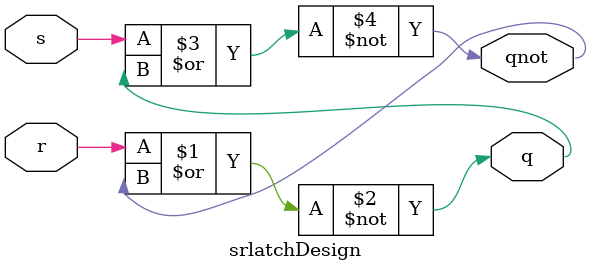
<source format=v>
module srlatchDesign(s, r, q, qnot);

  input s, r;
  output q, qnot;

  assign q = ~(r | qnot);
  assign qnot = ~(s | q);

endmodule

</source>
